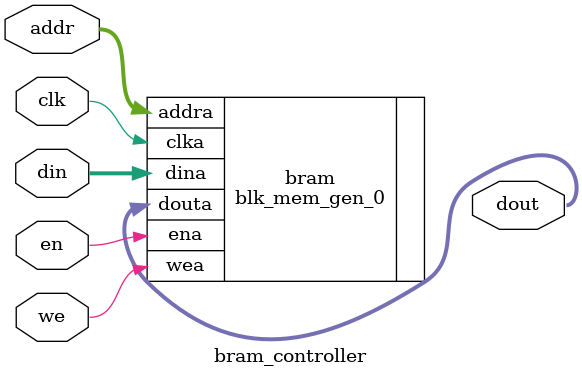
<source format=v>

`timescale 1ns / 1ps

module bram_controller(
    clk, en, we, addr, din, dout
    );
    input clk, en, we;
    input [6:0] addr; //2*4^n = 2n+1 bits -> 2:0, 4, 6, 8, 10, 12
    input [31:0] din;  // always 32
    output [31:0] dout; // always 32
    // Change width/depth by double clicking blk_mem_gen_0
    // Width = width of each string, depth = # of strings - set to max 4^6 = 4096
    // Addr length for depth - 12 for 4096 (2^12 = 4^6), x2 for neg
    blk_mem_gen_0 bram (
        .clka(clk),    // input wire clka
        .ena(en),      // input wire ena
        .wea(we),      // input wire [0 : 0] wea
        .addra(addr),  // input wire [12 : 0] addra
        .dina(din),    // input wire [31 : 0] dina
        .douta(dout)  // output wire [31 : 0] douta
    );
    
//    always @ (posedge clk)
//    begin
//        ena <= en;
//        wea <= we;
//        clka <= clk;
//        addra <= addr;
//        dina <= din;
//    end
    
//    assign dout = douta;
    
endmodule


//----------- Begin Cut here for INSTANTIATION Template ---// INST_TAG
//blk_mem_gen_0 your_instance_name (
//  .clka(clka),    // input wire clka
//  .ena(ena),      // input wire ena
//  .wea(wea),      // input wire [0 : 0] wea
//  .addra(addra),  // input wire [3 : 0] addra
//  .dina(dina),    // input wire [15 : 0] dina
//  .douta(douta)  // output wire [15 : 0] douta
//);
</source>
